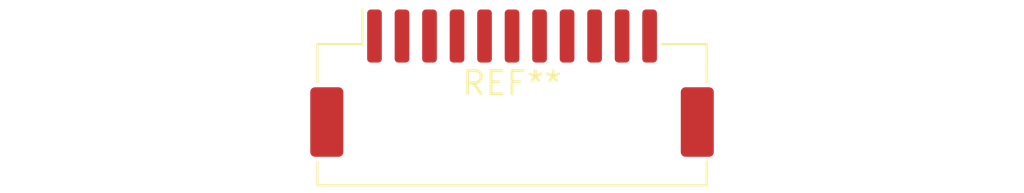
<source format=kicad_pcb>
(kicad_pcb (version 20240108) (generator pcbnew)
  (layers (0 "F.Cu" signal) (31 "B.Cu" signal) (34 "B.Paste" user) (35 "F.Paste" user) (36 "B.SilkS" user "B.Silkscreen") (37 "F.SilkS" user "F.Silkscreen") (38 "B.Mask" user) (39 "F.Mask" user) (44 "Edge.Cuts" user))
  (net 0 "")
  (footprint "JST_ZE_SM11B-ZESS-TB_1x11-1MP_P1.50mm_Horizontal" (layer "F.Cu") (at 0 0)
    (property "Reference" "REF**")
    (property "Value" "JST_ZE_SM11B-ZESS-TB_1x11-1MP_P1.50mm_Horizontal")
    (fp_line (start -10.61 -2.135) (end -8.16 -2.135) (layer "F.SilkS") (stroke (width 0.12)))
    (fp_line (start -10.61 -0.035) (end -10.61 -2.135) (layer "F.SilkS") (stroke (width 0.12)))
    (fp_line (start -10.61 4.285) (end -10.61 5.585) (layer "F.SilkS") (stroke (width 0.12)))
    (fp_line (start -10.61 5.585) (end 10.61 5.585) (layer "F.SilkS") (stroke (width 0.12)))
    (fp_line (start -8.16 -2.135) (end -8.16 -4.025) (layer "F.SilkS") (stroke (width 0.12)))
    (fp_line (start 10.61 -2.135) (end 8.16 -2.135) (layer "F.SilkS") (stroke (width 0.12)))
    (fp_line (start 10.61 -0.035) (end 10.61 -2.135) (layer "F.SilkS") (stroke (width 0.12)))
    (fp_line (start 10.61 5.585) (end 10.61 4.285) (layer "F.SilkS") (stroke (width 0.12)))
    (pad "1" smd roundrect (at -7.5 -2.575) (size 0.8 2.9) (layers "F.Cu" "F.Paste" "F.Mask"))
    (pad "2" smd roundrect (at -6 -2.575) (size 0.8 2.9) (layers "F.Cu" "F.Paste" "F.Mask"))
    (pad "3" smd roundrect (at -4.5 -2.575) (size 0.8 2.9) (layers "F.Cu" "F.Paste" "F.Mask"))
    (pad "4" smd roundrect (at -3 -2.575) (size 0.8 2.9) (layers "F.Cu" "F.Paste" "F.Mask"))
    (pad "5" smd roundrect (at -1.5 -2.575) (size 0.8 2.9) (layers "F.Cu" "F.Paste" "F.Mask"))
    (pad "6" smd roundrect (at 0 -2.575) (size 0.8 2.9) (layers "F.Cu" "F.Paste" "F.Mask"))
    (pad "7" smd roundrect (at 1.5 -2.575) (size 0.8 2.9) (layers "F.Cu" "F.Paste" "F.Mask"))
    (pad "8" smd roundrect (at 3 -2.575) (size 0.8 2.9) (layers "F.Cu" "F.Paste" "F.Mask"))
    (pad "9" smd roundrect (at 4.5 -2.575) (size 0.8 2.9) (layers "F.Cu" "F.Paste" "F.Mask"))
    (pad "10" smd roundrect (at 6 -2.575) (size 0.8 2.9) (layers "F.Cu" "F.Paste" "F.Mask"))
    (pad "11" smd roundrect (at 7.5 -2.575) (size 0.8 2.9) (layers "F.Cu" "F.Paste" "F.Mask"))
    (pad "MP" smd roundrect (at -10.1 2.125) (size 1.8 3.8) (layers "F.Cu" "F.Paste" "F.Mask") (roundrect_rratio 0.138889))
    (pad "MP" smd roundrect (at 10.1 2.125) (size 1.8 3.8) (layers "F.Cu" "F.Paste" "F.Mask") (roundrect_rratio 0.138889))
  )
)
</source>
